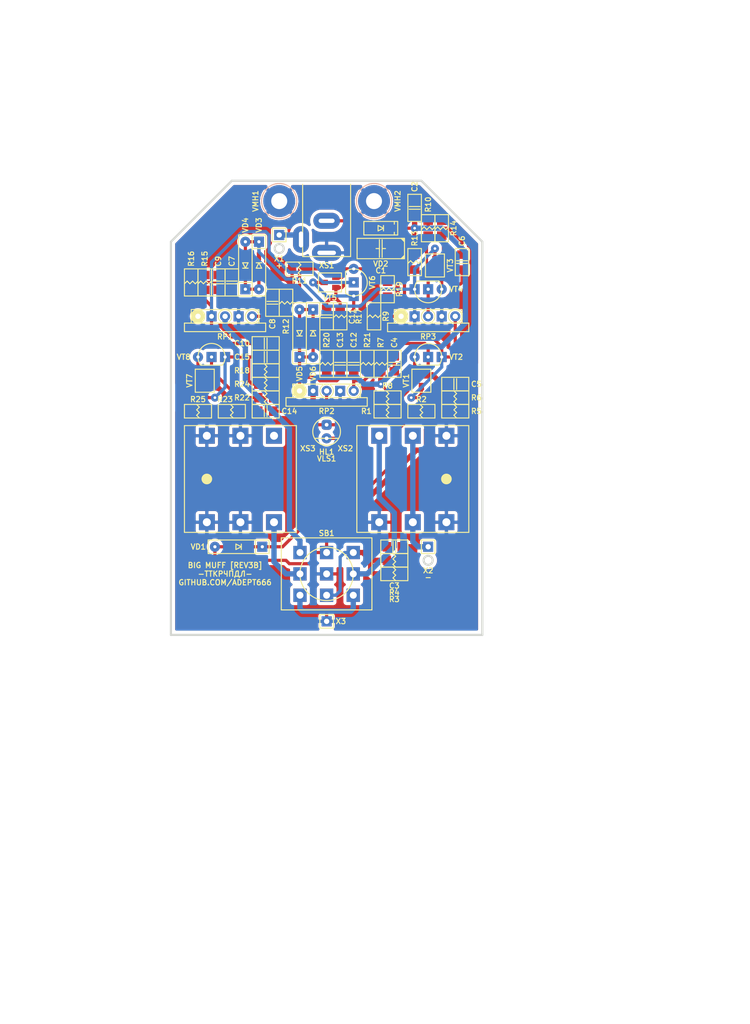
<source format=kicad_pcb>
(kicad_pcb (version 20171130) (host pcbnew 5.1.12-84ad8e8a86~92~ubuntu20.04.1)
  (title_block (title ТКП-1.30.B-6) (date 2025-06-21) (rev 3B) (company "Big Muff [REV3B] Bass SM LC5-8") (comment 1 http://github.com/Adept666) (comment 2 "Igor Ivanov (Игорь Иванов)") (comment 3 -ТТКРЧПДЛ-) (comment 4 "This project is licensed under GNU General Public License v3.0 or later"))
  (layers (0 F.Cu signal) (31 B.Cu signal) (35 F.Paste user) (37 F.SilkS user) (38 B.Mask user) (39 F.Mask user) (44 Edge.Cuts user))
  (net 0 "")
  (net 1 COM)
  (net 2 "Net-(HL1-PadC)")
  (net 3 /LED)
  (net 4 "Net-(SB1-PadNC1)")
  (net 5 /IN-CON)
  (net 6 /OUT-CON)
  (net 7 /PP3-POS)
  (net 8 /PP3-NEG)
  (net 9 "Net-(C5-Pad2)")
  (net 10 "Net-(C6-Pad1)")
  (net 11 "Net-(C6-Pad2)")
  (net 12 "Net-(C7-Pad2)")
  (net 13 "Net-(C9-Pad2)")
  (net 14 "Net-(C10-Pad2)")
  (net 15 "Net-(C12-Pad2)")
  (net 16 "Net-(C13-Pad1)")
  (net 17 "Net-(C14-Pad1)")
  (net 18 "Net-(C15-Pad2)")
  (net 19 "Net-(C3-Pad1)")
  (net 20 V)
  (net 21 /IN-CIR)
  (net 22 /OUT-CIR)
  (net 23 "Net-(XS3-PadTN)")
  (net 24 "Net-(HL1-PadA)")
  (net 25 "Net-(R9-Pad2)")
  (net 26 "Net-(VD2-PadA)")
  (net 27 /1B)
  (net 28 /1C)
  (net 29 /2B)
  (net 30 /2C)
  (net 31 /3B)
  (net 32 /3C)
  (net 33 /4B)
  (net 34 /4C)
  (net 35 /1E)
  (net 36 /2E)
  (net 37 /3E)
  (net 38 /4E)
  (module SBKCL-TH-ML:RPB-18-1x17-1.6-PNL-7.2 (layer F.Cu) (at 124.46 108.15)
    (fp_text reference RP3 (at 0 15.04) (layer F.SilkS) (effects (font (thickness 0.2))))
    (fp_text value A100K)
    (pad 3 thru_hole circle (at 5.08 11.23) (size 1.9 1.9) (drill 1) (layers *.Cu *.Mask) (net 9 "Net-(C5-Pad2)"))
    (pad NC2 thru_hole rect (at 2.54 11.23) (size 1.9 1.9) (drill 0.9) (layers *.Cu *.Mask) (net 1 COM))
    (pad 2 thru_hole circle (at 0 11.23) (size 1.9 1.9) (drill 1) (layers *.Cu *.Mask) (net 10 "Net-(C6-Pad1)"))
    (pad NC1 thru_hole rect (at -2.54 11.23) (size 1.9 1.9) (drill 0.9) (layers *.Cu *.Mask) (net 1 COM))
    (pad 1 thru_hole circle (at -5.08 11.23) (size 1.9 1.9) (drill 1) (layers *.Cu *.Mask) (net 25 "Net-(R9-Pad2)"))
  )
  (module SBKCL-TH-ML:RPB-18-1x17-1.6-PNL-7.2 (layer F.Cu) (at 105.41 122.12)
    (fp_text reference RP2 (at 0 15.04) (layer F.SilkS) (effects (font (thickness 0.2))))
    (fp_text value B100K)
    (pad 3 thru_hole circle (at 5.08 11.23) (size 1.9 1.9) (drill 1) (layers *.Cu *.Mask) (net 15 "Net-(C12-Pad2)"))
    (pad NC2 thru_hole rect (at 2.54 11.23) (size 1.9 1.9) (drill 0.9) (layers *.Cu *.Mask) (net 1 COM))
    (pad 2 thru_hole circle (at 0 11.23) (size 1.9 1.9) (drill 1) (layers *.Cu *.Mask) (net 17 "Net-(C14-Pad1)"))
    (pad NC1 thru_hole rect (at -2.54 11.23) (size 1.9 1.9) (drill 0.9) (layers *.Cu *.Mask) (net 20 V))
    (pad 1 thru_hole circle (at -5.08 11.23) (size 1.9 1.9) (drill 1) (layers *.Cu *.Mask) (net 16 "Net-(C13-Pad1)"))
  )
  (module SBKCL-TH-ML:RPB-18-1x17-1.6-PNL-7.2 (layer F.Cu) (at 86.36 108.15)
    (fp_text reference RP1 (at 0 15.04) (layer F.SilkS) (effects (font (thickness 0.2))))
    (fp_text value A100K)
    (pad 3 thru_hole circle (at 5.08 11.23) (size 1.9 1.9) (drill 1) (layers *.Cu *.Mask) (net 18 "Net-(C15-Pad2)"))
    (pad NC2 thru_hole rect (at 2.54 11.23) (size 1.9 1.9) (drill 0.9) (layers *.Cu *.Mask) (net 1 COM))
    (pad 2 thru_hole circle (at 0 11.23) (size 1.9 1.9) (drill 1) (layers *.Cu *.Mask) (net 22 /OUT-CIR))
    (pad NC1 thru_hole rect (at -2.54 11.23) (size 1.9 1.9) (drill 0.9) (layers *.Cu *.Mask) (net 31 /3B))
    (pad 1 thru_hole circle (at -5.08 11.23) (size 1.9 1.9) (drill 1) (layers *.Cu *.Mask) (net 1 COM))
  )
  (module KCL-TH-ML:SW-PBS-24-302SP-2.5-PNL-12.0 (layer F.Cu) (at 105.41 167.64)
    (fp_text reference SB1 (at 0 -7.62) (layer F.SilkS) (effects (font (thickness 0.2))))
    (fp_text value PBS-24-302SP)
    (pad COM3 thru_hole rect (at 5 0) (size 2.5 2.5) (drill 1.3) (layers *.Cu *.Mask) (net 5 /IN-CON))
    (pad NC3 thru_hole rect (at 5 4) (size 2.5 2.5) (drill 1.3) (layers *.Cu *.Mask) (net 4 "Net-(SB1-PadNC1)"))
    (pad NO3 thru_hole rect (at 5 -4) (size 2.5 2.5) (drill 1.3) (layers *.Cu *.Mask) (net 21 /IN-CIR))
    (pad COM2 thru_hole rect (at 0 0) (size 2.5 2.5) (drill 1.3) (layers *.Cu *.Mask) (net 1 COM))
    (pad NC2 thru_hole rect (at 0 4) (size 2.5 2.5) (drill 1.3) (layers *.Cu *.Mask) (net 21 /IN-CIR))
    (pad NO2 thru_hole rect (at 0 -4) (size 2.5 2.5) (drill 1.3) (layers *.Cu *.Mask) (net 3 /LED))
    (pad NO1 thru_hole rect (at -5 -4) (size 2.5 2.5) (drill 1.3) (layers *.Cu *.Mask) (net 22 /OUT-CIR))
    (pad COM1 thru_hole rect (at -5 0) (size 2.5 2.5) (drill 1.3) (layers *.Cu *.Mask) (net 6 /OUT-CON))
    (pad NC1 thru_hole rect (at -5 4) (size 2.5 2.5) (drill 1.3) (layers *.Cu *.Mask) (net 4 "Net-(SB1-PadNC1)"))
  )
  (module SBEPL:ТКП-6.3.3.A1 (layer F.Cu) (at 105.41 148.59)
    (fp_text reference VE2 hide)
    (fp_text value ТКП-6.3.3.A1.A1.3-1.A1.00 hide)
  )
  (module SBEPL:ТКП-6.3.1.A2.A1.A (layer F.Cu) (at 105.41 148.59)
    (fp_text reference VE1 hide)
    (fp_text value ТКП-6.3.1.A2.A1.A.1-1 hide)
  )
  (module SBKCL-TH-ML:P-SOD-123-OR-DO-35-V2 (layer F.Cu) (at 88.9 162.56)
    (fp_text reference VD1 (at -6.0325 0) (layer F.SilkS) (effects (font (thickness 0.2)) (justify right)))
    (fp_text value X)
    (pad A smd rect (at -1.7 0) (size 1.6 0.8) (layers F.Cu F.Paste F.Mask) (net 3 /LED))
    (pad C smd rect (at 1.7 0) (size 1.6 0.8) (layers F.Cu F.Paste F.Mask) (net 24 "Net-(HL1-PadA)"))
    (pad A thru_hole circle (at -4.445 0) (size 1.9 1.9) (drill 0.6) (layers *.Cu *.Mask) (net 3 /LED))
    (pad C thru_hole rect (at 4.445 0) (size 1.9 1.9) (drill 0.6) (layers *.Cu *.Mask) (net 24 "Net-(HL1-PadA)"))
  )
  (module KCL-SM:R-SM-1206 (layer F.Cu) (at 116.84 137.16 180)
    (fp_text reference R1 (at 2.8575 0 180) (layer F.SilkS) (effects (font (thickness 0.2)) (justify right)))
    (fp_text value 0)
    (pad 1 smd rect (at -1.4 0 180) (size 1.6 1.8) (layers F.Cu F.Paste F.Mask) (net 20 V))
    (pad 2 smd rect (at 1.4 0 180) (size 1.6 1.8) (layers F.Cu F.Paste F.Mask) (net 24 "Net-(HL1-PadA)"))
  )
  (module KCL-VIRTUAL:VFM-1.0-3.0-SL (layer F.Cu) (at 128.27 172.72)
    (fp_text reference VFM3 hide)
    (fp_text value 1.0 hide)
    (pad "" smd circle (at 0 0) (size 1 1) (layers F.Cu F.Mask) (clearance 1.1))
  )
  (module KCL-VIRTUAL:VFM-1.0-3.0-SL (layer F.Cu) (at 82.55 172.72)
    (fp_text reference VFM2 hide)
    (fp_text value 1.0 hide)
    (pad "" smd circle (at 0 0) (size 1 1) (layers F.Cu F.Mask) (clearance 1.1))
  )
  (module KCL-VIRTUAL:VFM-1.0-3.0-SL (layer F.Cu) (at 82.55 104.14)
    (fp_text reference VFM1 hide)
    (fp_text value 1.0 hide)
    (pad "" smd circle (at 0 0) (size 1 1) (layers F.Cu F.Mask) (clearance 1.1))
  )
  (module KCL-SM:P-SOT-23-B-E-C (layer F.Cu) (at 82.55 131.445 180)
    (fp_text reference VT7 (at 2.8575 0 270) (layer F.SilkS) (effects (font (thickness 0.2))))
    (fp_text value 847)
    (pad B smd rect (at -0.95 1.1 180) (size 1 1.4) (layers F.Cu F.Paste F.Mask) (net 33 /4B))
    (pad E smd rect (at 0.95 1.1 180) (size 1 1.4) (layers F.Cu F.Paste F.Mask) (net 38 /4E))
    (pad C smd rect (at 0 -1.1 180) (size 1 1.4) (layers F.Cu F.Paste F.Mask) (net 34 /4C))
  )
  (module KCL-SM:P-SOT-23-B-E-C (layer F.Cu) (at 106.045 113.03 90)
    (fp_text reference VT5 (at -2.8575 0 180) (layer F.SilkS) (effects (font (thickness 0.2))))
    (fp_text value 847)
    (pad B smd rect (at -0.95 1.1 90) (size 1 1.4) (layers F.Cu F.Paste F.Mask) (net 31 /3B))
    (pad E smd rect (at 0.95 1.1 90) (size 1 1.4) (layers F.Cu F.Paste F.Mask) (net 37 /3E))
    (pad C smd rect (at 0 -1.1 90) (size 1 1.4) (layers F.Cu F.Paste F.Mask) (net 32 /3C))
  )
  (module KCL-SM:P-SOT-23-B-E-C (layer F.Cu) (at 125.73 109.855)
    (fp_text reference VT3 (at 2.8575 0 90) (layer F.SilkS) (effects (font (thickness 0.2))))
    (fp_text value 847)
    (pad C smd rect (at 0 -1.1) (size 1 1.4) (layers F.Cu F.Paste F.Mask) (net 30 /2C))
    (pad E smd rect (at 0.95 1.1) (size 1 1.4) (layers F.Cu F.Paste F.Mask) (net 36 /2E))
    (pad B smd rect (at -0.95 1.1) (size 1 1.4) (layers F.Cu F.Paste F.Mask) (net 29 /2B))
  )
  (module KCL-SM:P-SOT-23-B-E-C (layer F.Cu) (at 123.19 131.445 180)
    (fp_text reference VT1 (at 2.8575 0 270) (layer F.SilkS) (effects (font (thickness 0.2))))
    (fp_text value 847)
    (pad B smd rect (at -0.95 1.1 180) (size 1 1.4) (layers F.Cu F.Paste F.Mask) (net 27 /1B))
    (pad E smd rect (at 0.95 1.1 180) (size 1 1.4) (layers F.Cu F.Paste F.Mask) (net 35 /1E))
    (pad C smd rect (at 0 -1.1 180) (size 1 1.4) (layers F.Cu F.Paste F.Mask) (net 28 /1C))
  )
  (module KCL-TH-ML:P-TO-92-E-B-C (layer F.Cu) (at 110.49 113.03 270)
    (fp_text reference VT6 (at 0 -3.4925 270) (layer F.SilkS) (effects (font (thickness 0.2))))
    (fp_text value 547)
    (pad E thru_hole circle (at -2.54 0 270) (size 1.9 1.9) (drill 0.6) (layers *.Cu *.Mask) (net 37 /3E))
    (pad B thru_hole rect (at 0 0 270) (size 1.9 1.9) (drill 0.6) (layers *.Cu *.Mask) (net 31 /3B))
    (pad C thru_hole rect (at 2.54 0 270) (size 1.9 1.9) (drill 0.6) (layers *.Cu *.Mask) (net 32 /3C))
  )
  (module KCL-TH-ML:P-TO-92-E-B-C (layer F.Cu) (at 124.46 114.3 180)
    (fp_text reference VT4 (at -3.81 0 180) (layer F.SilkS) (effects (font (thickness 0.2)) (justify left)))
    (fp_text value 547)
    (pad E thru_hole circle (at -2.54 0 180) (size 1.9 1.9) (drill 0.6) (layers *.Cu *.Mask) (net 36 /2E))
    (pad B thru_hole rect (at 0 0 180) (size 1.9 1.9) (drill 0.6) (layers *.Cu *.Mask) (net 29 /2B))
    (pad C thru_hole rect (at 2.54 0 180) (size 1.9 1.9) (drill 0.6) (layers *.Cu *.Mask) (net 30 /2C))
  )
  (module KCL-TH-ML:P-TO-92-E-B-C (layer F.Cu) (at 124.46 127)
    (fp_text reference VT2 (at 3.81 0) (layer F.SilkS) (effects (font (thickness 0.2)) (justify left)))
    (fp_text value 547)
    (pad E thru_hole circle (at -2.54 0) (size 1.9 1.9) (drill 0.6) (layers *.Cu *.Mask) (net 35 /1E))
    (pad B thru_hole rect (at 0 0) (size 1.9 1.9) (drill 0.6) (layers *.Cu *.Mask) (net 27 /1B))
    (pad C thru_hole rect (at 2.54 0) (size 1.9 1.9) (drill 0.6) (layers *.Cu *.Mask) (net 28 /1C))
  )
  (module KCL-TH-ML:P-TO-92-E-B-C (layer F.Cu) (at 83.82 127)
    (fp_text reference VT8 (at -3.81 0) (layer F.SilkS) (effects (font (thickness 0.2)) (justify right)))
    (fp_text value 547)
    (pad E thru_hole circle (at -2.54 0) (size 1.9 1.9) (drill 0.6) (layers *.Cu *.Mask) (net 38 /4E))
    (pad B thru_hole rect (at 0 0) (size 1.9 1.9) (drill 0.6) (layers *.Cu *.Mask) (net 33 /4B))
    (pad C thru_hole rect (at 2.54 0) (size 1.9 1.9) (drill 0.6) (layers *.Cu *.Mask) (net 34 /4C))
  )
  (module KCL-SM:C-SM-1206 (layer F.Cu) (at 85.09 113.03 270)
    (fp_text reference C9 (at -2.8575 0 270) (layer F.SilkS) (effects (font (thickness 0.2)) (justify left)))
    (fp_text value 104)
    (pad 2 smd rect (at 1.4 0 270) (size 1.6 1.8) (layers F.Cu F.Paste F.Mask) (net 13 "Net-(C9-Pad2)"))
    (pad 1 smd rect (at -1.4 0 270) (size 1.6 1.8) (layers F.Cu F.Paste F.Mask) (net 30 /2C))
  )
  (module KCL-SM:C-SM-1206 (layer F.Cu) (at 93.98 124.46)
    (fp_text reference C10 (at -2.8575 0) (layer F.SilkS) (effects (font (thickness 0.2)) (justify right)))
    (fp_text value 683)
    (pad 2 smd rect (at 1.4 0) (size 1.6 1.8) (layers F.Cu F.Paste F.Mask) (net 14 "Net-(C10-Pad2)"))
    (pad 1 smd rect (at -1.4 0) (size 1.6 1.8) (layers F.Cu F.Paste F.Mask) (net 31 /3B))
  )
  (module KCL-SM:C-SM-1206 (layer F.Cu) (at 87.63 113.03 90)
    (fp_text reference C7 (at 2.8575 0 90) (layer F.SilkS) (effects (font (thickness 0.2)) (justify left)))
    (fp_text value 683)
    (pad 2 smd rect (at 1.4 0 90) (size 1.6 1.8) (layers F.Cu F.Paste F.Mask) (net 12 "Net-(C7-Pad2)"))
    (pad 1 smd rect (at -1.4 0 90) (size 1.6 1.8) (layers F.Cu F.Paste F.Mask) (net 29 /2B))
  )
  (module KCL-SM:C-SM-1206 (layer F.Cu) (at 121.92 99.06 90)
    (fp_text reference C2 (at 2.8575 0 90) (layer F.SilkS) (effects (font (thickness 0.2)) (justify left)))
    (fp_text value 104)
    (pad 2 smd rect (at 1.4 0 90) (size 1.6 1.8) (layers F.Cu F.Paste F.Mask) (net 1 COM))
    (pad 1 smd rect (at -1.4 0 90) (size 1.6 1.8) (layers F.Cu F.Paste F.Mask) (net 20 V))
  )
  (module KCL-SM:C-SM-1206 (layer F.Cu) (at 130.81 109.22 90)
    (fp_text reference C6 (at 2.8575 0 90) (layer F.SilkS) (effects (font (thickness 0.2)) (justify left)))
    (fp_text value 104)
    (pad 2 smd rect (at 1.4 0 90) (size 1.6 1.8) (layers F.Cu F.Paste F.Mask) (net 11 "Net-(C6-Pad2)"))
    (pad 1 smd rect (at -1.4 0 90) (size 1.6 1.8) (layers F.Cu F.Paste F.Mask) (net 10 "Net-(C6-Pad1)"))
  )
  (module KCL-SM:C-SM-1206 (layer F.Cu) (at 107.95 128.27 90)
    (fp_text reference C13 (at 2.8575 0 90) (layer F.SilkS) (effects (font (thickness 0.2)) (justify left)))
    (fp_text value 103)
    (pad 1 smd rect (at -1.4 0 90) (size 1.6 1.8) (layers F.Cu F.Paste F.Mask) (net 16 "Net-(C13-Pad1)"))
    (pad 2 smd rect (at 1.4 0 90) (size 1.6 1.8) (layers F.Cu F.Paste F.Mask) (net 1 COM))
  )
  (module KCL-SM:C-SM-1206 (layer F.Cu) (at 110.49 128.27 270)
    (fp_text reference C12 (at -2.8575 0 270) (layer F.SilkS) (effects (font (thickness 0.2)) (justify left)))
    (fp_text value 332)
    (pad 2 smd rect (at 1.4 0 270) (size 1.6 1.8) (layers F.Cu F.Paste F.Mask) (net 15 "Net-(C12-Pad2)"))
    (pad 1 smd rect (at -1.4 0 270) (size 1.6 1.8) (layers F.Cu F.Paste F.Mask) (net 32 /3C))
  )
  (module KCL-SM:C-SM-1206 (layer F.Cu) (at 129.54 132.08)
    (fp_text reference C5 (at 2.8575 0) (layer F.SilkS) (effects (font (thickness 0.2)) (justify left)))
    (fp_text value 104)
    (pad 1 smd rect (at -1.4 0) (size 1.6 1.8) (layers F.Cu F.Paste F.Mask) (net 28 /1C))
    (pad 2 smd rect (at 1.4 0) (size 1.6 1.8) (layers F.Cu F.Paste F.Mask) (net 9 "Net-(C5-Pad2)"))
  )
  (module KCL-SM:C-SM-1206 (layer F.Cu) (at 93.98 127)
    (fp_text reference C15 (at -2.8575 0) (layer F.SilkS) (effects (font (thickness 0.2)) (justify right)))
    (fp_text value 104)
    (pad 2 smd rect (at 1.4 0) (size 1.6 1.8) (layers F.Cu F.Paste F.Mask) (net 18 "Net-(C15-Pad2)"))
    (pad 1 smd rect (at -1.4 0) (size 1.6 1.8) (layers F.Cu F.Paste F.Mask) (net 34 /4C))
  )
  (module KCL-SM:C-SM-1206 (layer F.Cu) (at 93.98 137.16 180)
    (fp_text reference C14 (at -2.8575 0 180) (layer F.SilkS) (effects (font (thickness 0.2)) (justify left)))
    (fp_text value 105)
    (pad 1 smd rect (at -1.4 0 180) (size 1.6 1.8) (layers F.Cu F.Paste F.Mask) (net 17 "Net-(C14-Pad1)"))
    (pad 2 smd rect (at 1.4 0 180) (size 1.6 1.8) (layers F.Cu F.Paste F.Mask) (net 33 /4B))
  )
  (module KCL-SM:C-SM-1206 (layer F.Cu) (at 118.11 162.56 180)
    (fp_text reference C3 (at 0 -7.3025 180) (layer F.SilkS) (effects (font (thickness 0.2))))
    (fp_text value 105)
    (pad 2 smd rect (at 1.4 0 180) (size 1.6 1.8) (layers F.Cu F.Paste F.Mask) (net 27 /1B))
    (pad 1 smd rect (at -1.4 0 180) (size 1.6 1.8) (layers F.Cu F.Paste F.Mask) (net 19 "Net-(C3-Pad1)"))
  )
  (module KCL-SM:R-SM-1206 (layer F.Cu) (at 118.11 167.64 180)
    (fp_text reference R3 (at 0 -4.7625 180) (layer F.SilkS) (effects (font (thickness 0.2))))
    (fp_text value 105)
    (pad 2 smd rect (at 1.4 0 180) (size 1.6 1.8) (layers F.Cu F.Paste F.Mask) (net 21 /IN-CIR))
    (pad 1 smd rect (at -1.4 0 180) (size 1.6 1.8) (layers F.Cu F.Paste F.Mask) (net 1 COM))
  )
  (module KCL-SM:CP-CTSMD-C (layer F.Cu) (at 115.57 106.68 180)
    (fp_text reference C1 (at 0 -4.1275 180) (layer F.SilkS) (effects (font (thickness 0.2))))
    (fp_text value 106)
    (pad - smd rect (at 2.5 0 180) (size 2.6 2.2) (layers F.Cu F.Paste F.Mask) (net 1 COM))
    (pad + smd rect (at -2.5 0 180) (size 2.6 2.2) (layers F.Cu F.Paste F.Mask) (net 20 V))
  )
  (module KCL-SM:P-SOD-123 (layer F.Cu) (at 115.57 102.87)
    (fp_text reference VD2 (at 0 6.6675) (layer F.SilkS) (effects (font (thickness 0.2))))
    (fp_text value 0520)
    (pad C smd rect (at 1.7 0) (size 1.6 0.8) (layers F.Cu F.Paste F.Mask) (net 20 V))
    (pad A smd rect (at -1.7 0) (size 1.6 0.8) (layers F.Cu F.Paste F.Mask) (net 26 "Net-(VD2-PadA)"))
  )
  (module SBKCL-TH-ML:P-SOD-123-OR-DO-35-V2 (layer F.Cu) (at 100.33 122.555 270)
    (fp_text reference VD5 (at 6.0325 0 270) (layer F.SilkS) (effects (font (thickness 0.2)) (justify right)))
    (fp_text value 4148)
    (pad A smd rect (at -1.7 0 270) (size 1.6 0.8) (layers F.Cu F.Paste F.Mask) (net 14 "Net-(C10-Pad2)"))
    (pad C smd rect (at 1.7 0 270) (size 1.6 0.8) (layers F.Cu F.Paste F.Mask) (net 32 /3C))
    (pad A thru_hole circle (at -4.445 0 270) (size 1.9 1.9) (drill 0.6) (layers *.Cu *.Mask) (net 14 "Net-(C10-Pad2)"))
    (pad C thru_hole rect (at 4.445 0 270) (size 1.9 1.9) (drill 0.6) (layers *.Cu *.Mask) (net 32 /3C))
  )
  (module SBKCL-TH-ML:P-SOD-123-OR-DO-35-V2 (layer F.Cu) (at 102.87 122.555 90)
    (fp_text reference VD6 (at -6.0325 0 90) (layer F.SilkS) (effects (font (thickness 0.2)) (justify right)))
    (fp_text value 4148)
    (pad A smd rect (at -1.7 0 90) (size 1.6 0.8) (layers F.Cu F.Paste F.Mask) (net 32 /3C))
    (pad C smd rect (at 1.7 0 90) (size 1.6 0.8) (layers F.Cu F.Paste F.Mask) (net 14 "Net-(C10-Pad2)"))
    (pad A thru_hole circle (at -4.445 0 90) (size 1.9 1.9) (drill 0.6) (layers *.Cu *.Mask) (net 32 /3C))
    (pad C thru_hole rect (at 4.445 0 90) (size 1.9 1.9) (drill 0.6) (layers *.Cu *.Mask) (net 14 "Net-(C10-Pad2)"))
  )
  (module SBKCL-TH-ML:P-SOD-123-OR-DO-35-V2 (layer F.Cu) (at 90.17 109.855 270)
    (fp_text reference VD4 (at -6.0325 0 270) (layer F.SilkS) (effects (font (thickness 0.2)) (justify left)))
    (fp_text value 4148)
    (pad A smd rect (at -1.7 0 270) (size 1.6 0.8) (layers F.Cu F.Paste F.Mask) (net 30 /2C))
    (pad C smd rect (at 1.7 0 270) (size 1.6 0.8) (layers F.Cu F.Paste F.Mask) (net 12 "Net-(C7-Pad2)"))
    (pad A thru_hole circle (at -4.445 0 270) (size 1.9 1.9) (drill 0.6) (layers *.Cu *.Mask) (net 30 /2C))
    (pad C thru_hole rect (at 4.445 0 270) (size 1.9 1.9) (drill 0.6) (layers *.Cu *.Mask) (net 12 "Net-(C7-Pad2)"))
  )
  (module SBKCL-TH-ML:P-SOD-123-OR-DO-35-V2 (layer F.Cu) (at 92.71 109.855 90)
    (fp_text reference VD3 (at 6.0325 0 90) (layer F.SilkS) (effects (font (thickness 0.2)) (justify left)))
    (fp_text value 4148)
    (pad A smd rect (at -1.7 0 90) (size 1.6 0.8) (layers F.Cu F.Paste F.Mask) (net 12 "Net-(C7-Pad2)"))
    (pad C smd rect (at 1.7 0 90) (size 1.6 0.8) (layers F.Cu F.Paste F.Mask) (net 30 /2C))
    (pad A thru_hole circle (at -4.445 0 90) (size 1.9 1.9) (drill 0.6) (layers *.Cu *.Mask) (net 12 "Net-(C7-Pad2)"))
    (pad C thru_hole rect (at 4.445 0 90) (size 1.9 1.9) (drill 0.6) (layers *.Cu *.Mask) (net 30 /2C))
  )
  (module SBKCL-TH-ML:CON-PJ-644C-IN-OR-OUT (layer F.Cu) (at 132.08 149.86 90)
    (fp_text reference XS2 (at 5.715 -21.59 180) (layer F.SilkS) (effects (font (thickness 0.2)) (justify right)))
    (fp_text value PJ-644C)
    (pad TN thru_hole rect (at -8.1 -16.8 90) (size 3 3) (drill 1.5) (layers *.Cu *.Mask) (net 1 COM))
    (pad RN thru_hole rect (at -8.1 -10.5 90) (size 3 3) (drill 1.5) (layers *.Cu *.Mask) (net 8 /PP3-NEG))
    (pad SN thru_hole rect (at -8.1 -4.2 90) (size 3 3) (drill 1.5) (layers *.Cu *.Mask) (net 1 COM))
    (pad T thru_hole rect (at 8.1 -16.8 90) (size 3 3) (drill 1.5) (layers *.Cu *.Mask) (net 5 /IN-CON))
    (pad R thru_hole rect (at 8.1 -10.5 90) (size 3 3) (drill 1.5) (layers *.Cu *.Mask) (net 8 /PP3-NEG))
    (pad S thru_hole rect (at 8.1 -4.2 90) (size 3 3) (drill 1.5) (layers *.Cu *.Mask) (net 1 COM))
  )
  (module SBKCL-TH-ML:CON-PJ-644C-IN-OR-OUT (layer F.Cu) (at 78.74 149.86 270)
    (fp_text reference XS3 (at -5.715 -21.59) (layer F.SilkS) (effects (font (thickness 0.2)) (justify left)))
    (fp_text value PJ-644C)
    (pad TN thru_hole rect (at -8.1 -16.8 270) (size 3 3) (drill 1.5) (layers *.Cu *.Mask) (net 23 "Net-(XS3-PadTN)"))
    (pad RN thru_hole rect (at -8.1 -10.5 270) (size 3 3) (drill 1.5) (layers *.Cu *.Mask) (net 1 COM))
    (pad SN thru_hole rect (at -8.1 -4.2 270) (size 3 3) (drill 1.5) (layers *.Cu *.Mask) (net 1 COM))
    (pad T thru_hole rect (at 8.1 -16.8 270) (size 3 3) (drill 1.5) (layers *.Cu *.Mask) (net 6 /OUT-CON))
    (pad R thru_hole rect (at 8.1 -10.5 270) (size 3 3) (drill 1.5) (layers *.Cu *.Mask) (net 1 COM))
    (pad S thru_hole rect (at 8.1 -4.2 270) (size 3 3) (drill 1.5) (layers *.Cu *.Mask) (net 1 COM))
  )
  (module SBKCL-TH-ML:CON-DC-005-9V-OVAL (layer F.Cu) (at 105.41 93.98 180)
    (fp_text reference XS1 (at 0 -15.875 180) (layer F.SilkS) (effects (font (thickness 0.2))))
    (fp_text value DC-005)
    (pad C thru_hole oval (at 0 -13.5 180) (size 5.5 3) (drill oval 3.5 0.8) (layers *.Cu *.Mask) (net 1 COM))
    (pad SN thru_hole oval (at 4.8 -11 180) (size 3 5) (drill oval 0.8 3) (layers *.Cu *.Mask) (net 7 /PP3-POS))
    (pad S thru_hole oval (at 0 -7.5 180) (size 5 3) (drill oval 3 0.8) (layers *.Cu *.Mask) (net 26 "Net-(VD2-PadA)"))
  )
  (module KCL-TH-ML:LED-ROUND-05.0-UNI-SH-SPACER-PNL-5.3 (layer F.Cu) (at 105.41 140.97 90)
    (fp_text reference HL1 (at -3.81 0 180) (layer F.SilkS) (effects (font (thickness 0.2))))
    (fp_text value FYL-3014UWC)
    (pad C thru_hole circle (at -1.27 0 90) (size 1.9 1.9) (drill 0.7) (layers *.Cu *.Mask) (net 2 "Net-(HL1-PadC)"))
    (pad A thru_hole roundrect (at 1.27 0 90) (size 1.9 1.9) (drill 0.7) (layers *.Cu *.Mask) (roundrect_rratio 0.3) (net 24 "Net-(HL1-PadA)"))
  )
  (module KCL-VIRTUAL:VLS-BR-P (layer F.Cu) (at 105.41 140.97 90)
    (fp_text reference VLS1 (at -5.08 0 180) (layer F.SilkS) (effects (font (thickness 0.2))))
    (fp_text value 2xBR-7.7)
  )
  (module KCL-TH-ML:VMH-STA-DA5-PNL-3.0 (layer F.Cu) (at 114.3 97.79)
    (fp_text reference VMH2 (at 4.445 0 90) (layer F.SilkS) (effects (font (thickness 0.2))))
    (fp_text value DI5M3x20)
    (pad 0 thru_hole circle (at 0 0) (size 6 6) (drill 3) (layers *.Cu *.Mask) (net 1 COM))
  )
  (module KCL-TH-ML:VMH-STA-DA5-PNL-3.0 (layer F.Cu) (at 96.52 97.79)
    (fp_text reference VMH1 (at -4.445 0 90) (layer F.SilkS) (effects (font (thickness 0.2))))
    (fp_text value DI5M3x20)
    (pad 0 thru_hole circle (at 0 0) (size 6 6) (drill 3) (layers *.Cu *.Mask) (net 1 COM))
  )
  (module KCL-TH-ML:CON-PAD-S-1.0-1.9 (layer F.Cu) (at 124.46 162.56)
    (fp_text reference X2 (at 0 4.445) (layer F.SilkS) (effects (font (thickness 0.2))))
    (fp_text value X)
    (pad 1 thru_hole rect (at 0 0) (size 1.9 1.9) (drill 1) (layers *.Cu *.Mask) (net 8 /PP3-NEG))
  )
  (module KCL-TH-ML:CON-PAD-S-1.0-1.9 (layer F.Cu) (at 96.52 104.14)
    (fp_text reference X1 (at 0 4.445) (layer F.SilkS) (effects (font (thickness 0.2))))
    (fp_text value X)
    (pad 1 thru_hole rect (at 0 0) (size 1.9 1.9) (drill 1) (layers *.Cu *.Mask) (net 7 /PP3-POS))
  )
  (module KCL-TH-ML:CON-PAD-S-1.0-1.9 (layer F.Cu) (at 105.41 176.53)
    (fp_text reference X3 (at 1.5875 0) (layer F.SilkS) (effects (font (thickness 0.2)) (justify left)))
    (fp_text value X)
    (pad 1 thru_hole rect (at 0 0) (size 1.9 1.9) (drill 1) (layers *.Cu *.Mask) (net 1 COM))
  )
  (module KCL-VIRTUAL:B-PP3-HV (layer F.Cu) (at 105.41 187.96)
    (fp_text reference GB1 hide)
    (fp_text value X hide)
  )
  (module KCL-SM:C-SM-1206 (layer F.Cu) (at 95.25 116.84 90)
    (fp_text reference C8 (at -2.8575 0 90) (layer F.SilkS) (effects (font (thickness 0.2)) (justify right)))
    (fp_text value 471)
    (pad 2 smd rect (at 1.4 0 90) (size 1.6 1.8) (layers F.Cu F.Paste F.Mask) (net 30 /2C))
    (pad 1 smd rect (at -1.4 0 90) (size 1.6 1.8) (layers F.Cu F.Paste F.Mask) (net 29 /2B))
  )
  (module KCL-SM:C-SM-1206 (layer F.Cu) (at 105.41 119.38 270)
    (fp_text reference C11 (at 0 -4.7625 270) (layer F.SilkS) (effects (font (thickness 0.2))))
    (fp_text value 471)
    (pad 1 smd rect (at -1.4 0 270) (size 1.6 1.8) (layers F.Cu F.Paste F.Mask) (net 31 /3B))
    (pad 2 smd rect (at 1.4 0 270) (size 1.6 1.8) (layers F.Cu F.Paste F.Mask) (net 32 /3C))
  )
  (module KCL-SM:C-SM-1206 (layer F.Cu) (at 118.11 128.27 270)
    (fp_text reference C4 (at -2.8575 0 270) (layer F.SilkS) (effects (font (thickness 0.2)) (justify left)))
    (fp_text value 471)
    (pad 1 smd rect (at -1.4 0 270) (size 1.6 1.8) (layers F.Cu F.Paste F.Mask) (net 27 /1B))
    (pad 2 smd rect (at 1.4 0 270) (size 1.6 1.8) (layers F.Cu F.Paste F.Mask) (net 28 /1C))
  )
  (module KCL-SM:R-SM-1206 (layer F.Cu) (at 129.54 134.62)
    (fp_text reference R6 (at 2.8575 0) (layer F.SilkS) (effects (font (thickness 0.2)) (justify left)))
    (fp_text value 474)
    (pad 2 smd rect (at 1.4 0) (size 1.6 1.8) (layers F.Cu F.Paste F.Mask) (net 28 /1C))
    (pad 1 smd rect (at -1.4 0) (size 1.6 1.8) (layers F.Cu F.Paste F.Mask) (net 27 /1B))
  )
  (module KCL-SM:R-SM-1206 (layer F.Cu) (at 129.54 137.16 180)
    (fp_text reference R5 (at -2.8575 0 180) (layer F.SilkS) (effects (font (thickness 0.2)) (justify left)))
    (fp_text value 104)
    (pad 1 smd rect (at -1.4 0 180) (size 1.6 1.8) (layers F.Cu F.Paste F.Mask) (net 1 COM))
    (pad 2 smd rect (at 1.4 0 180) (size 1.6 1.8) (layers F.Cu F.Paste F.Mask) (net 27 /1B))
  )
  (module KCL-SM:R-SM-1206 (layer F.Cu) (at 118.11 165.1)
    (fp_text reference R4 (at 0 6.0325) (layer F.SilkS) (effects (font (thickness 0.2))))
    (fp_text value 393)
    (pad 2 smd rect (at 1.4 0) (size 1.6 1.8) (layers F.Cu F.Paste F.Mask) (net 19 "Net-(C3-Pad1)"))
    (pad 1 smd rect (at -1.4 0) (size 1.6 1.8) (layers F.Cu F.Paste F.Mask) (net 21 /IN-CIR))
  )
  (module KCL-SM:R-SM-1206 (layer F.Cu) (at 115.57 128.27 270)
    (fp_text reference R7 (at -2.8575 0 270) (layer F.SilkS) (effects (font (thickness 0.2)) (justify left)))
    (fp_text value 123)
    (pad 2 smd rect (at 1.4 0 270) (size 1.6 1.8) (layers F.Cu F.Paste F.Mask) (net 20 V))
    (pad 1 smd rect (at -1.4 0 270) (size 1.6 1.8) (layers F.Cu F.Paste F.Mask) (net 28 /1C))
  )
  (module KCL-SM:R-SM-1206 (layer F.Cu) (at 113.03 128.27 90)
    (fp_text reference R21 (at 2.8575 0 90) (layer F.SilkS) (effects (font (thickness 0.2)) (justify left)))
    (fp_text value 223)
    (pad 1 smd rect (at -1.4 0 90) (size 1.6 1.8) (layers F.Cu F.Paste F.Mask) (net 15 "Net-(C12-Pad2)"))
    (pad 2 smd rect (at 1.4 0 90) (size 1.6 1.8) (layers F.Cu F.Paste F.Mask) (net 1 COM))
  )
  (module KCL-SM:R-SM-1206 (layer F.Cu) (at 116.84 134.62)
    (fp_text reference R8 (at 0 -2.2225) (layer F.SilkS) (effects (font (thickness 0.2))))
    (fp_text value 391)
    (pad 1 smd rect (at -1.4 0) (size 1.6 1.8) (layers F.Cu F.Paste F.Mask) (net 1 COM))
    (pad 2 smd rect (at 1.4 0) (size 1.6 1.8) (layers F.Cu F.Paste F.Mask) (net 35 /1E))
  )
  (module KCL-SM:R-SM-1206 (layer F.Cu) (at 127 102.87 270)
    (fp_text reference R14 (at 0 -2.2225 270) (layer F.SilkS) (effects (font (thickness 0.2))))
    (fp_text value 391)
    (pad 2 smd rect (at 1.4 0 270) (size 1.6 1.8) (layers F.Cu F.Paste F.Mask) (net 36 /2E))
    (pad 1 smd rect (at -1.4 0 270) (size 1.6 1.8) (layers F.Cu F.Paste F.Mask) (net 1 COM))
  )
  (module KCL-SM:R-SM-1206 (layer F.Cu) (at 100.33 110.49)
    (fp_text reference R11 (at 0 2.2225) (layer F.SilkS) (effects (font (thickness 0.2))))
    (fp_text value 104)
    (pad 1 smd rect (at -1.4 0) (size 1.6 1.8) (layers F.Cu F.Paste F.Mask) (net 1 COM))
    (pad 2 smd rect (at 1.4 0) (size 1.6 1.8) (layers F.Cu F.Paste F.Mask) (net 29 /2B))
  )
  (module KCL-SM:R-SM-1206 (layer F.Cu) (at 124.46 102.87 270)
    (fp_text reference R10 (at -2.8575 0 270) (layer F.SilkS) (effects (font (thickness 0.2)) (justify left)))
    (fp_text value 103)
    (pad 2 smd rect (at 1.4 0 270) (size 1.6 1.8) (layers F.Cu F.Paste F.Mask) (net 29 /2B))
    (pad 1 smd rect (at -1.4 0 270) (size 1.6 1.8) (layers F.Cu F.Paste F.Mask) (net 11 "Net-(C6-Pad2)"))
  )
  (module KCL-SM:R-SM-1206 (layer F.Cu) (at 114.3 119.38 90)
    (fp_text reference R9 (at 0 2.2225 90) (layer F.SilkS) (effects (font (thickness 0.2))))
    (fp_text value 102)
    (pad 2 smd rect (at 1.4 0 90) (size 1.6 1.8) (layers F.Cu F.Paste F.Mask) (net 25 "Net-(R9-Pad2)"))
    (pad 1 smd rect (at -1.4 0 90) (size 1.6 1.8) (layers F.Cu F.Paste F.Mask) (net 1 COM))
  )
  (module KCL-SM:R-SM-1206 (layer F.Cu) (at 80.01 113.03 270)
    (fp_text reference R16 (at -2.8575 0 270) (layer F.SilkS) (effects (font (thickness 0.2)) (justify left)))
    (fp_text value 104)
    (pad 1 smd rect (at -1.4 0 270) (size 1.6 1.8) (layers F.Cu F.Paste F.Mask) (net 1 COM))
    (pad 2 smd rect (at 1.4 0 270) (size 1.6 1.8) (layers F.Cu F.Paste F.Mask) (net 31 /3B))
  )
  (module KCL-SM:R-SM-1206 (layer F.Cu) (at 116.84 114.3 90)
    (fp_text reference R19 (at 0 2.2225 90) (layer F.SilkS) (effects (font (thickness 0.2))))
    (fp_text value 391)
    (pad 1 smd rect (at -1.4 0 90) (size 1.6 1.8) (layers F.Cu F.Paste F.Mask) (net 1 COM))
    (pad 2 smd rect (at 1.4 0 90) (size 1.6 1.8) (layers F.Cu F.Paste F.Mask) (net 37 /3E))
  )
  (module KCL-SM:R-SM-1206 (layer F.Cu) (at 121.92 109.22 90)
    (fp_text reference R13 (at 2.8575 0 90) (layer F.SilkS) (effects (font (thickness 0.2)) (justify left)))
    (fp_text value 123)
    (pad 2 smd rect (at 1.4 0 90) (size 1.6 1.8) (layers F.Cu F.Paste F.Mask) (net 20 V))
    (pad 1 smd rect (at -1.4 0 90) (size 1.6 1.8) (layers F.Cu F.Paste F.Mask) (net 30 /2C))
  )
  (module KCL-SM:R-SM-1206 (layer F.Cu) (at 97.79 116.84 90)
    (fp_text reference R12 (at -2.8575 0 90) (layer F.SilkS) (effects (font (thickness 0.2)) (justify right)))
    (fp_text value 474)
    (pad 1 smd rect (at -1.4 0 90) (size 1.6 1.8) (layers F.Cu F.Paste F.Mask) (net 29 /2B))
    (pad 2 smd rect (at 1.4 0 90) (size 1.6 1.8) (layers F.Cu F.Paste F.Mask) (net 30 /2C))
  )
  (module KCL-SM:R-SM-1206 (layer F.Cu) (at 107.95 119.38 270)
    (fp_text reference R17 (at 0 -3.4925 270) (layer F.SilkS) (effects (font (thickness 0.2))))
    (fp_text value 474)
    (pad 1 smd rect (at -1.4 0 270) (size 1.6 1.8) (layers F.Cu F.Paste F.Mask) (net 31 /3B))
    (pad 2 smd rect (at 1.4 0 270) (size 1.6 1.8) (layers F.Cu F.Paste F.Mask) (net 32 /3C))
  )
  (module KCL-SM:R-SM-1206 (layer F.Cu) (at 82.55 113.03 270)
    (fp_text reference R15 (at -2.8575 0 270) (layer F.SilkS) (effects (font (thickness 0.2)) (justify left)))
    (fp_text value 103)
    (pad 2 smd rect (at 1.4 0 270) (size 1.6 1.8) (layers F.Cu F.Paste F.Mask) (net 31 /3B))
    (pad 1 smd rect (at -1.4 0 270) (size 1.6 1.8) (layers F.Cu F.Paste F.Mask) (net 13 "Net-(C9-Pad2)"))
  )
  (module KCL-SM:R-SM-1206 (layer F.Cu) (at 105.41 128.27 270)
    (fp_text reference R20 (at -2.8575 0 270) (layer F.SilkS) (effects (font (thickness 0.2)) (justify left)))
    (fp_text value 223)
    (pad 1 smd rect (at -1.4 0 270) (size 1.6 1.8) (layers F.Cu F.Paste F.Mask) (net 32 /3C))
    (pad 2 smd rect (at 1.4 0 270) (size 1.6 1.8) (layers F.Cu F.Paste F.Mask) (net 16 "Net-(C13-Pad1)"))
  )
  (module KCL-SM:R-SM-1206 (layer F.Cu) (at 93.98 129.54 180)
    (fp_text reference R18 (at 2.8575 0 180) (layer F.SilkS) (effects (font (thickness 0.2)) (justify right)))
    (fp_text value 123)
    (pad 2 smd rect (at 1.4 0 180) (size 1.6 1.8) (layers F.Cu F.Paste F.Mask) (net 20 V))
    (pad 1 smd rect (at -1.4 0 180) (size 1.6 1.8) (layers F.Cu F.Paste F.Mask) (net 32 /3C))
  )
  (module KCL-SM:R-SM-1206 (layer F.Cu) (at 93.98 132.08)
    (fp_text reference R24 (at -2.8575 0) (layer F.SilkS) (effects (font (thickness 0.2)) (justify right)))
    (fp_text value 103)
    (pad 1 smd rect (at -1.4 0) (size 1.6 1.8) (layers F.Cu F.Paste F.Mask) (net 34 /4C))
    (pad 2 smd rect (at 1.4 0) (size 1.6 1.8) (layers F.Cu F.Paste F.Mask) (net 20 V))
  )
  (module KCL-SM:R-SM-1206 (layer F.Cu) (at 93.98 134.62)
    (fp_text reference R22 (at -2.8575 0) (layer F.SilkS) (effects (font (thickness 0.2)) (justify right)))
    (fp_text value 474)
    (pad 1 smd rect (at -1.4 0) (size 1.6 1.8) (layers F.Cu F.Paste F.Mask) (net 33 /4B))
    (pad 2 smd rect (at 1.4 0) (size 1.6 1.8) (layers F.Cu F.Paste F.Mask) (net 20 V))
  )
  (module KCL-SM:R-SM-1206 (layer F.Cu) (at 87.63 137.16)
    (fp_text reference R23 (at -1.27 -2.2225) (layer F.SilkS) (effects (font (thickness 0.2))))
    (fp_text value 104)
    (pad 2 smd rect (at 1.4 0) (size 1.6 1.8) (layers F.Cu F.Paste F.Mask) (net 33 /4B))
    (pad 1 smd rect (at -1.4 0) (size 1.6 1.8) (layers F.Cu F.Paste F.Mask) (net 1 COM))
  )
  (module KCL-SM:R-SM-1206 (layer F.Cu) (at 81.28 137.16 180)
    (fp_text reference R25 (at 0 2.2225 180) (layer F.SilkS) (effects (font (thickness 0.2))))
    (fp_text value 272)
    (pad 1 smd rect (at -1.4 0 180) (size 1.6 1.8) (layers F.Cu F.Paste F.Mask) (net 1 COM))
    (pad 2 smd rect (at 1.4 0 180) (size 1.6 1.8) (layers F.Cu F.Paste F.Mask) (net 38 /4E))
  )
  (module KCL-SM:R-SM-1206 (layer F.Cu) (at 123.19 137.16 180)
    (fp_text reference R2 (at 0 2.2225 180) (layer F.SilkS) (effects (font (thickness 0.2))))
    (fp_text value 433)
    (pad 1 smd rect (at -1.4 0 180) (size 1.6 1.8) (layers F.Cu F.Paste F.Mask) (net 3 /LED))
    (pad 2 smd rect (at 1.4 0 180) (size 1.6 1.8) (layers F.Cu F.Paste F.Mask) (net 2 "Net-(HL1-PadC)"))
  )
  (gr_text - (at 124.46 168.275) (layer F.SilkS) (effects (font (size 1 1) (thickness 0.2))))
  (gr_text + (at 96.52 109.855) (layer F.SilkS) (effects (font (size 1 1) (thickness 0.2))))
  (gr_text "BIG MUFF [REV3B]\n-ТТКРЧПДЛ-\nGITHUB.COM/ADEPT666" (at 86.36 167.64) (layer F.SilkS) (effects (font (size 1 1) (thickness 0.2))))
  (gr_circle (center 124.46 165.1) (end 125.31 165.1) (layer Edge.Cuts) (width 0.4))
  (gr_circle (center 96.52 106.68) (end 97.37 106.68) (layer Edge.Cuts) (width 0.4))
  (gr_line (start 123.19 93.98) (end 134.62 105.41) (layer Edge.Cuts) (width 0.4))
  (gr_line (start 76.2 105.41) (end 87.63 93.98) (layer Edge.Cuts) (width 0.4))
  (gr_line (start 134.62 105.41) (end 134.62 179.07) (layer Edge.Cuts) (width 0.4))
  (gr_line (start 76.2 105.41) (end 76.2 179.07) (layer Edge.Cuts) (width 0.4))
  (gr_line (start 76.2 179.07) (end 134.62 179.07) (layer Edge.Cuts) (width 0.4))
  (gr_line (start 87.63 93.98) (end 123.19 93.98) (layer Edge.Cuts) (width 0.4))
  (segment (start 120.65 137.16) (end 121.79 137.16) (width 0.6) (layer F.Cu) (net 2))
  (segment (start 120.015 137.795) (end 120.65 137.16) (width 0.6) (layer F.Cu) (net 2))
  (segment (start 120.015 138.1125) (end 120.015 137.795) (width 0.6) (layer F.Cu) (net 2))
  (segment (start 119.0625 139.065) (end 120.015 138.1125) (width 0.6) (layer F.Cu) (net 2))
  (segment (start 113.665 139.065) (end 119.0625 139.065) (width 0.6) (layer F.Cu) (net 2))
  (segment (start 110.49 142.24) (end 113.665 139.065) (width 0.6) (layer F.Cu) (net 2))
  (segment (start 105.41 142.24) (end 110.49 142.24) (width 0.6) (layer F.Cu) (net 2))
  (segment (start 87.2 162.56) (end 84.455 162.56) (width 0.6) (layer F.Cu) (net 3))
  (segment (start 103.315 163.64) (end 105.41 163.64) (width 0.6) (layer F.Cu) (net 3))
  (segment (start 102.87 164.085) (end 103.315 163.64) (width 0.6) (layer F.Cu) (net 3))
  (segment (start 102.87 165.1) (end 102.87 164.085) (width 0.6) (layer F.Cu) (net 3))
  (segment (start 102.235 165.735) (end 102.87 165.1) (width 0.6) (layer F.Cu) (net 3))
  (segment (start 98.425 165.735) (end 102.235 165.735) (width 0.6) (layer F.Cu) (net 3))
  (segment (start 97.79 165.1) (end 98.425 165.735) (width 0.6) (layer F.Cu) (net 3))
  (segment (start 85.09 165.1) (end 97.79 165.1) (width 0.6) (layer F.Cu) (net 3))
  (segment (start 84.455 164.465) (end 85.09 165.1) (width 0.6) (layer F.Cu) (net 3))
  (segment (start 84.455 162.56) (end 84.455 164.465) (width 0.6) (layer F.Cu) (net 3))
  (segment (start 123.19 137.16) (end 124.59 137.16) (width 0.6) (layer F.Cu) (net 3))
  (segment (start 120.3325 139.065) (end 122.555 139.065) (width 0.6) (layer F.Cu) (net 3))
  (segment (start 118.745 140.6525) (end 120.3325 139.065) (width 0.6) (layer F.Cu) (net 3))
  (segment (start 123.19 138.43) (end 123.19 137.16) (width 0.6) (layer F.Cu) (net 3))
  (segment (start 118.745 146.05) (end 118.745 140.6525) (width 0.6) (layer F.Cu) (net 3))
  (segment (start 122.555 139.065) (end 123.19 138.43) (width 0.6) (layer F.Cu) (net 3))
  (segment (start 105.41 159.385) (end 118.745 146.05) (width 0.6) (layer F.Cu) (net 3))
  (segment (start 105.41 163.64) (end 105.41 159.385) (width 0.6) (layer F.Cu) (net 3))
  (segment (start 110.41 174.14) (end 110.41 171.64) (width 1) (layer B.Cu) (net 4))
  (segment (start 109.925 174.625) (end 110.41 174.14) (width 1) (layer B.Cu) (net 4))
  (segment (start 100.895 174.625) (end 109.925 174.625) (width 1) (layer B.Cu) (net 4))
  (segment (start 100.41 174.14) (end 100.895 174.625) (width 1) (layer B.Cu) (net 4))
  (segment (start 100.41 171.64) (end 100.41 174.14) (width 1) (layer B.Cu) (net 4))
  (segment (start 113.03 167.64) (end 110.41 167.64) (width 1) (layer B.Cu) (net 5))
  (segment (start 118.11 162.56) (end 113.03 167.64) (width 1) (layer B.Cu) (net 5))
  (segment (start 118.11 156.21) (end 118.11 162.56) (width 1) (layer B.Cu) (net 5))
  (segment (start 115.28 153.38) (end 118.11 156.21) (width 1) (layer B.Cu) (net 5))
  (segment (start 115.28 141.76) (end 115.28 153.38) (width 1) (layer B.Cu) (net 5))
  (segment (start 100.41 167.64) (end 97.79 167.64) (width 1) (layer B.Cu) (net 6))
  (segment (start 95.54 165.39) (end 97.79 167.64) (width 1) (layer B.Cu) (net 6))
  (segment (start 95.54 157.96) (end 95.54 165.39) (width 1) (layer B.Cu) (net 6))
  (segment (start 100.61 104.14) (end 96.52 104.14) (width 1) (layer B.Cu) (net 7))
  (segment (start 100.61 104.98) (end 100.61 104.14) (width 1) (layer B.Cu) (net 7))
  (segment (start 121.58 141.76) (end 121.58 157.96) (width 1) (layer B.Cu) (net 8))
  (segment (start 121.58 157.96) (end 121.58 161.585) (width 1) (layer B.Cu) (net 8))
  (segment (start 121.58 161.585) (end 122.555 162.56) (width 1) (layer B.Cu) (net 8))
  (segment (start 122.555 162.56) (end 124.46 162.56) (width 1) (layer B.Cu) (net 8))
  (segment (start 132.08 132.08) (end 130.94 132.08) (width 0.6) (layer F.Cu) (net 9))
  (segment (start 132.715 128.905) (end 132.715 131.445) (width 0.6) (layer F.Cu) (net 9))
  (segment (start 129.54 125.73) (end 132.715 128.905) (width 0.6) (layer F.Cu) (net 9))
  (segment (start 132.715 131.445) (end 132.08 132.08) (width 0.6) (layer F.Cu) (net 9))
  (segment (start 129.54 119.38) (end 129.54 125.73) (width 0.6) (layer F.Cu) (net 9))
  (segment (start 130.81 110.62) (end 130.81 113.03) (width 0.6) (layer F.Cu) (net 10))
  (segment (start 127.635 116.205) (end 125.73 116.205) (width 0.6) (layer F.Cu) (net 10))
  (segment (start 130.81 113.03) (end 127.635 116.205) (width 0.6) (layer F.Cu) (net 10))
  (segment (start 124.46 117.475) (end 124.46 119.38) (width 0.6) (layer F.Cu) (net 10))
  (segment (start 125.73 116.205) (end 124.46 117.475) (width 0.6) (layer F.Cu) (net 10))
  (segment (start 130.81 105.41) (end 130.81 107.82) (width 0.6) (layer F.Cu) (net 11))
  (segment (start 128.27 102.87) (end 130.81 105.41) (width 0.6) (layer F.Cu) (net 11))
  (segment (start 124.46 102.87) (end 128.27 102.87) (width 0.6) (layer F.Cu) (net 11))
  (segment (start 124.46 101.47) (end 124.46 102.87) (width 0.6) (layer F.Cu) (net 11))
  (segment (start 90.17 114.3) (end 92.71 114.3) (width 0.6) (layer F.Cu) (net 12))
  (segment (start 90.17 111.555) (end 90.17 114.3) (width 0.6) (layer F.Cu) (net 12))
  (segment (start 92.71 111.555) (end 92.71 114.3) (width 0.6) (layer F.Cu) (net 12))
  (segment (start 87.63 110.49) (end 88.265 109.855) (width 0.6) (layer F.Cu) (net 12))
  (segment (start 87.63 111.63) (end 87.63 110.49) (width 0.6) (layer F.Cu) (net 12))
  (segment (start 89.8525 109.855) (end 90.17 110.1725) (width 0.6) (layer F.Cu) (net 12))
  (segment (start 90.17 110.1725) (end 90.17 111.555) (width 0.6) (layer F.Cu) (net 12))
  (segment (start 88.265 109.855) (end 89.8525 109.855) (width 0.6) (layer F.Cu) (net 12))
  (segment (start 82.55 111.63) (end 82.55 113.03) (width 0.6) (layer F.Cu) (net 13))
  (segment (start 82.55 113.03) (end 85.09 113.03) (width 0.6) (layer F.Cu) (net 13))
  (segment (start 85.09 114.43) (end 85.09 113.03) (width 0.6) (layer F.Cu) (net 13))
  (segment (start 100.33 118.11) (end 102.87 118.11) (width 0.6) (layer F.Cu) (net 14))
  (segment (start 100.33 120.855) (end 100.33 118.11) (width 0.6) (layer F.Cu) (net 14))
  (segment (start 102.87 120.855) (end 102.87 118.11) (width 0.6) (layer F.Cu) (net 14))
  (segment (start 97.155 124.46) (end 95.38 124.46) (width 0.6) (layer F.Cu) (net 14))
  (segment (start 98.425 123.19) (end 97.155 124.46) (width 0.6) (layer F.Cu) (net 14))
  (segment (start 98.425 121.92) (end 98.425 123.19) (width 0.6) (layer F.Cu) (net 14))
  (segment (start 99.49 120.855) (end 98.425 121.92) (width 0.6) (layer F.Cu) (net 14))
  (segment (start 100.33 120.855) (end 99.49 120.855) (width 0.6) (layer F.Cu) (net 14))
  (segment (start 113.03 129.67) (end 113.03 130.81) (width 0.6) (layer F.Cu) (net 15))
  (segment (start 113.03 130.81) (end 112.395 131.445) (width 0.6) (layer F.Cu) (net 15))
  (segment (start 110.49 131.445) (end 112.395 131.445) (width 0.6) (layer F.Cu) (net 15))
  (segment (start 110.49 129.67) (end 110.49 131.445) (width 0.6) (layer F.Cu) (net 15))
  (segment (start 110.49 131.445) (end 110.49 133.35) (width 0.6) (layer F.Cu) (net 15))
  (segment (start 105.41 129.67) (end 105.41 131.445) (width 0.6) (layer F.Cu) (net 16))
  (segment (start 107.95 129.67) (end 107.95 130.81) (width 0.6) (layer F.Cu) (net 16))
  (segment (start 107.95 130.81) (end 107.315 131.445) (width 0.6) (layer F.Cu) (net 16))
  (segment (start 105.41 131.445) (end 107.315 131.445) (width 0.6) (layer F.Cu) (net 16))
  (segment (start 100.33 133.35) (end 100.33 131.445) (width 0.6) (layer F.Cu) (net 16))
  (segment (start 100.33 131.445) (end 100.965 130.81) (width 0.6) (layer F.Cu) (net 16))
  (segment (start 105.41 131.445) (end 104.14 131.445) (width 0.6) (layer F.Cu) (net 16))
  (segment (start 104.14 131.445) (end 103.505 130.81) (width 0.6) (layer F.Cu) (net 16))
  (segment (start 100.965 130.81) (end 103.505 130.81) (width 0.6) (layer F.Cu) (net 16))
  (segment (start 95.38 137.16) (end 102.87 137.16) (width 0.6) (layer F.Cu) (net 17))
  (segment (start 102.87 137.16) (end 104.14 135.89) (width 0.6) (layer F.Cu) (net 17))
  (segment (start 104.14 135.89) (end 104.775 135.89) (width 0.6) (layer F.Cu) (net 17))
  (segment (start 105.41 133.35) (end 105.41 135.255) (width 0.6) (layer F.Cu) (net 17))
  (segment (start 104.775 135.89) (end 105.41 135.255) (width 0.6) (layer F.Cu) (net 17))
  (segment (start 93.98 127) (end 95.38 127) (width 0.6) (layer F.Cu) (net 18))
  (segment (start 93.98 120.015) (end 93.98 127) (width 0.6) (layer F.Cu) (net 18))
  (segment (start 93.345 119.38) (end 93.98 120.015) (width 0.6) (layer F.Cu) (net 18))
  (segment (start 91.44 119.38) (end 93.345 119.38) (width 0.6) (layer F.Cu) (net 18))
  (segment (start 119.51 165.1) (end 121.285 165.1) (width 1) (layer F.Cu) (net 19))
  (segment (start 121.285 165.1) (end 121.92 164.465) (width 1) (layer F.Cu) (net 19))
  (segment (start 119.51 162.56) (end 121.285 162.56) (width 1) (layer F.Cu) (net 19))
  (segment (start 121.285 162.56) (end 121.92 163.195) (width 1) (layer F.Cu) (net 19))
  (segment (start 121.92 163.195) (end 121.92 164.465) (width 1) (layer F.Cu) (net 19))
  (segment (start 97.155 132.08) (end 97.79 132.715) (width 1) (layer F.Cu) (net 20))
  (via (at 121.92 102.87) (size 1.5) (drill 0.5) (layers F.Cu B.Cu) (net 20))
  (segment (start 115.57 129.67) (end 115.57 132.08) (width 1) (layer F.Cu) (net 20))
  (segment (start 95.38 134.62) (end 97.79 134.62) (width 1) (layer F.Cu) (net 20))
  (segment (start 102.87 133.35) (end 102.87 135.255) (width 1) (layer F.Cu) (net 20))
  (segment (start 102.87 135.255) (end 102.235 135.89) (width 1) (layer F.Cu) (net 20))
  (segment (start 97.79 134.62) (end 99.06 135.89) (width 1) (layer F.Cu) (net 20))
  (segment (start 99.06 135.89) (end 102.235 135.89) (width 1) (layer F.Cu) (net 20))
  (segment (start 97.79 132.715) (end 97.79 134.62) (width 1) (layer F.Cu) (net 20))
  (segment (start 95.38 132.08) (end 97.155 132.08) (width 1) (layer F.Cu) (net 20))
  (segment (start 92.58 129.54) (end 93.98 129.54) (width 0.6) (layer F.Cu) (net 20))
  (segment (start 93.98 129.54) (end 93.98 132.08) (width 0.6) (layer F.Cu) (net 20))
  (segment (start 95.38 132.08) (end 93.98 132.08) (width 0.6) (layer F.Cu) (net 20))
  (segment (start 117.27 102.87) (end 121.92 102.87) (width 0.6) (layer F.Cu) (net 20))
  (segment (start 121.92 100.46) (end 121.92 102.87) (width 1) (layer F.Cu) (net 20))
  (segment (start 118.07 106.68) (end 120.015 106.68) (width 1) (layer F.Cu) (net 20))
  (segment (start 120.015 106.68) (end 120.65 106.045) (width 1) (layer F.Cu) (net 20))
  (segment (start 120.65 106.045) (end 121.92 106.045) (width 1) (layer F.Cu) (net 20))
  (segment (start 121.92 106.045) (end 121.92 102.87) (width 1) (layer F.Cu) (net 20))
  (segment (start 121.92 107.82) (end 121.92 106.045) (width 1) (layer F.Cu) (net 20))
  (via (at 115.57 132.08) (size 1.5) (drill 0.5) (layers F.Cu B.Cu) (net 20))
  (segment (start 127 102.87) (end 121.92 102.87) (width 1) (layer B.Cu) (net 20))
  (segment (start 131.445 107.315) (end 127 102.87) (width 1) (layer B.Cu) (net 20))
  (segment (start 131.445 120.65) (end 131.445 107.315) (width 1) (layer B.Cu) (net 20))
  (segment (start 121.285 125.095) (end 127 125.095) (width 1) (layer B.Cu) (net 20))
  (segment (start 120.015 126.365) (end 121.285 125.095) (width 1) (layer B.Cu) (net 20))
  (segment (start 127 125.095) (end 131.445 120.65) (width 1) (layer B.Cu) (net 20))
  (segment (start 120.015 127.635) (end 120.015 126.365) (width 1) (layer B.Cu) (net 20))
  (segment (start 115.57 132.08) (end 120.015 127.635) (width 1) (layer B.Cu) (net 20))
  (segment (start 115.57 132.08) (end 116.84 133.35) (width 0.6) (layer F.Cu) (net 20))
  (segment (start 116.84 133.35) (end 116.84 137.16) (width 0.6) (layer F.Cu) (net 20))
  (segment (start 118.24 137.16) (end 116.84 137.16) (width 0.6) (layer F.Cu) (net 20))
  (segment (start 102.87 131.445) (end 103.505 130.81) (width 1) (layer B.Cu) (net 20))
  (segment (start 102.87 133.35) (end 102.87 131.445) (width 1) (layer B.Cu) (net 20))
  (segment (start 112.395 132.08) (end 111.125 130.81) (width 1) (layer B.Cu) (net 20))
  (segment (start 115.57 132.08) (end 112.395 132.08) (width 1) (layer B.Cu) (net 20))
  (segment (start 103.505 130.81) (end 111.125 130.81) (width 1) (layer B.Cu) (net 20))
  (segment (start 105.41 171.64) (end 107.125 171.64) (width 0.6) (layer B.Cu) (net 21))
  (segment (start 107.125 171.64) (end 107.95 170.815) (width 0.6) (layer B.Cu) (net 21))
  (segment (start 110.41 163.64) (end 108.775 163.64) (width 0.6) (layer B.Cu) (net 21))
  (segment (start 108.775 163.64) (end 107.95 164.465) (width 0.6) (layer B.Cu) (net 21))
  (segment (start 107.95 164.465) (end 107.95 170.815) (width 0.6) (layer B.Cu) (net 21))
  (segment (start 112.205 163.64) (end 113.665 165.1) (width 1) (layer F.Cu) (net 21))
  (segment (start 110.41 163.64) (end 112.205 163.64) (width 1) (layer F.Cu) (net 21))
  (segment (start 116.71 165.1) (end 113.665 165.1) (width 1) (layer F.Cu) (net 21))
  (segment (start 113.665 167.005) (end 113.665 165.1) (width 1) (layer F.Cu) (net 21))
  (segment (start 114.3 167.64) (end 113.665 167.005) (width 1) (layer F.Cu) (net 21))
  (segment (start 116.71 167.64) (end 114.3 167.64) (width 1) (layer F.Cu) (net 21))
  (segment (start 100.41 161.37) (end 100.41 163.64) (width 1) (layer B.Cu) (net 22))
  (segment (start 98.425 159.385) (end 100.41 161.37) (width 1) (layer B.Cu) (net 22))
  (segment (start 98.425 140.335) (end 98.425 159.385) (width 1) (layer B.Cu) (net 22))
  (segment (start 90.17 125.095) (end 90.17 132.08) (width 1) (layer B.Cu) (net 22))
  (segment (start 86.36 121.285) (end 90.17 125.095) (width 1) (layer B.Cu) (net 22))
  (segment (start 90.17 132.08) (end 98.425 140.335) (width 1) (layer B.Cu) (net 22))
  (segment (start 86.36 119.38) (end 86.36 121.285) (width 1) (layer B.Cu) (net 22))
  (segment (start 103.505 139.7) (end 105.41 139.7) (width 0.6) (layer F.Cu) (net 24))
  (segment (start 102.87 140.335) (end 103.505 139.7) (width 0.6) (layer F.Cu) (net 24))
  (segment (start 102.87 156.845) (end 102.87 140.335) (width 0.6) (layer F.Cu) (net 24))
  (segment (start 97.155 162.56) (end 102.87 156.845) (width 0.6) (layer F.Cu) (net 24))
  (segment (start 93.345 162.56) (end 97.155 162.56) (width 0.6) (layer F.Cu) (net 24))
  (segment (start 90.6 162.56) (end 93.345 162.56) (width 0.6) (layer F.Cu) (net 24))
  (segment (start 111.125 139.7) (end 105.41 139.7) (width 0.6) (layer F.Cu) (net 24))
  (segment (start 113.665 137.16) (end 111.125 139.7) (width 0.6) (layer F.Cu) (net 24))
  (segment (start 115.44 137.16) (end 113.665 137.16) (width 0.6) (layer F.Cu) (net 24))
  (segment (start 114.3 117.98) (end 114.3 119.38) (width 0.6) (layer F.Cu) (net 25))
  (segment (start 114.3 119.38) (end 119.38 119.38) (width 0.6) (layer F.Cu) (net 25))
  (segment (start 105.41 101.48) (end 110.37 101.48) (width 0.6) (layer F.Cu) (net 26))
  (segment (start 110.37 101.48) (end 111.76 102.87) (width 0.6) (layer F.Cu) (net 26))
  (segment (start 113.87 102.87) (end 111.76 102.87) (width 0.6) (layer F.Cu) (net 26))
  (segment (start 124.14 130.345) (end 124.14 129.225) (width 0.6) (layer F.Cu) (net 27))
  (segment (start 124.14 129.225) (end 124.46 128.905) (width 0.6) (layer F.Cu) (net 27))
  (segment (start 124.46 127) (end 124.46 128.905) (width 0.6) (layer F.Cu) (net 27))
  (segment (start 128.14 134.62) (end 126.365 134.62) (width 1) (layer F.Cu) (net 27))
  (segment (start 126.365 134.62) (end 126.365 137.16) (width 1) (layer F.Cu) (net 27))
  (segment (start 128.14 137.16) (end 126.365 137.16) (width 1) (layer F.Cu) (net 27))
  (segment (start 124.14 130.345) (end 125.265 130.345) (width 1) (layer F.Cu) (net 27))
  (segment (start 125.265 130.345) (end 126.365 131.445) (width 1) (layer F.Cu) (net 27))
  (segment (start 126.365 131.445) (end 126.365 134.62) (width 1) (layer F.Cu) (net 27))
  (segment (start 118.11 125.73) (end 119.38 124.46) (width 0.6) (layer F.Cu) (net 27))
  (segment (start 118.11 126.87) (end 118.11 125.73) (width 0.6) (layer F.Cu) (net 27))
  (segment (start 123.825 124.46) (end 119.38 124.46) (width 0.6) (layer F.Cu) (net 27))
  (segment (start 124.46 125.095) (end 123.825 124.46) (width 0.6) (layer F.Cu) (net 27))
  (segment (start 124.46 127) (end 124.46 125.095) (width 0.6) (layer F.Cu) (net 27))
  (segment (start 124.1425 143.8275) (end 124.1425 140.6525) (width 1) (layer F.Cu) (net 27))
  (segment (start 123.5075 144.4625) (end 124.1425 143.8275) (width 1) (layer F.Cu) (net 27))
  (segment (start 122.2375 144.4625) (end 123.5075 144.4625) (width 1) (layer F.Cu) (net 27))
  (segment (start 126.365 138.43) (end 126.365 137.16) (width 1) (layer F.Cu) (net 27))
  (segment (start 124.1425 140.6525) (end 126.365 138.43) (width 1) (layer F.Cu) (net 27))
  (segment (start 111.125 155.575) (end 122.2375 144.4625) (width 1) (layer F.Cu) (net 27))
  (segment (start 111.125 160.02) (end 111.125 155.575) (width 1) (layer F.Cu) (net 27))
  (segment (start 113.665 162.56) (end 111.125 160.02) (width 1) (layer F.Cu) (net 27))
  (segment (start 116.71 162.56) (end 113.665 162.56) (width 1) (layer F.Cu) (net 27))
  (segment (start 122.555 134.62) (end 121.285 134.62) (width 0.6) (layer F.Cu) (net 28))
  (via (at 121.285 134.62) (size 1.5) (drill 0.5) (layers F.Cu B.Cu) (net 28))
  (segment (start 123.19 132.545) (end 123.19 133.985) (width 0.6) (layer F.Cu) (net 28))
  (segment (start 123.19 133.985) (end 122.555 134.62) (width 0.6) (layer F.Cu) (net 28))
  (segment (start 130.94 134.62) (end 129.54 134.62) (width 0.6) (layer F.Cu) (net 28))
  (segment (start 128.14 132.08) (end 129.54 132.08) (width 0.6) (layer F.Cu) (net 28))
  (segment (start 129.54 132.08) (end 129.54 134.62) (width 0.6) (layer F.Cu) (net 28))
  (segment (start 129.54 127.635) (end 129.54 132.08) (width 0.6) (layer F.Cu) (net 28))
  (segment (start 128.905 127) (end 129.54 127.635) (width 0.6) (layer F.Cu) (net 28))
  (segment (start 127 127) (end 128.905 127) (width 0.6) (layer F.Cu) (net 28))
  (segment (start 115.57 126.87) (end 115.57 128.27) (width 0.6) (layer F.Cu) (net 28))
  (segment (start 115.57 128.27) (end 118.11 128.27) (width 0.6) (layer F.Cu) (net 28))
  (segment (start 118.11 129.67) (end 118.11 128.27) (width 0.6) (layer F.Cu) (net 28))
  (segment (start 115.57 125.73) (end 118.11 123.19) (width 0.6) (layer F.Cu) (net 28))
  (segment (start 115.57 126.87) (end 115.57 125.73) (width 0.6) (layer F.Cu) (net 28))
  (segment (start 125.095 123.19) (end 118.11 123.19) (width 0.6) (layer F.Cu) (net 28))
  (segment (start 127 125.095) (end 125.095 123.19) (width 0.6) (layer F.Cu) (net 28))
  (segment (start 127 127) (end 127 125.095) (width 0.6) (layer F.Cu) (net 28))
  (segment (start 121.285 134.62) (end 127 128.905) (width 0.6) (layer B.Cu) (net 28))
  (segment (start 127 127) (end 127 128.905) (width 0.6) (layer B.Cu) (net 28))
  (segment (start 124.78 110.955) (end 124.78 112.075) (width 0.6) (layer F.Cu) (net 29))
  (segment (start 124.46 114.3) (end 124.46 112.395) (width 0.6) (layer F.Cu) (net 29))
  (segment (start 124.78 112.075) (end 124.46 112.395) (width 0.6) (layer F.Cu) (net 29))
  (segment (start 95.25 118.24) (end 95.25 119.38) (width 0.6) (layer F.Cu) (net 29))
  (segment (start 95.25 119.38) (end 95.885 120.015) (width 0.6) (layer F.Cu) (net 29))
  (segment (start 97.79 118.24) (end 97.79 119.38) (width 0.6) (layer F.Cu) (net 29))
  (segment (start 97.79 119.38) (end 97.155 120.015) (width 0.6) (layer F.Cu) (net 29))
  (segment (start 95.885 120.015) (end 97.155 120.015) (width 0.6) (layer F.Cu) (net 29))
  (segment (start 95.25 118.24) (end 95.25 116.84) (width 0.6) (layer F.Cu) (net 29))
  (segment (start 97.79 118.24) (end 97.79 116.84) (width 0.6) (layer F.Cu) (net 29))
  (segment (start 101.73 110.49) (end 100.33 110.49) (width 0.6) (layer F.Cu) (net 29))
  (segment (start 99.06 116.84) (end 100.33 115.57) (width 0.6) (layer F.Cu) (net 29))
  (segment (start 100.33 115.57) (end 100.33 110.49) (width 0.6) (layer F.Cu) (net 29))
  (segment (start 97.79 116.84) (end 99.06 116.84) (width 0.6) (layer F.Cu) (net 29))
  (segment (start 124.46 105.41) (end 124.46 104.27) (width 0.6) (layer F.Cu) (net 29))
  (segment (start 124.78 110.955) (end 124.78 109.905002) (width 0.6) (layer F.Cu) (net 29))
  (segment (start 124.78 109.905002) (end 124.1425 109.267502) (width 0.6) (layer F.Cu) (net 29))
  (segment (start 124.1425 109.267502) (end 124.1425 105.7275) (width 0.6) (layer F.Cu) (net 29))
  (segment (start 124.1425 105.7275) (end 124.46 105.41) (width 0.6) (layer F.Cu) (net 29))
  (segment (start 88.9 116.84) (end 95.25 116.84) (width 0.6) (layer F.Cu) (net 29))
  (segment (start 87.63 115.57) (end 88.9 116.84) (width 0.6) (layer F.Cu) (net 29))
  (segment (start 87.63 114.43) (end 87.63 115.57) (width 0.6) (layer F.Cu) (net 29))
  (segment (start 123.19 116.84) (end 123.825 116.84) (width 0.6) (layer F.Cu) (net 29))
  (segment (start 120.65 116.205) (end 122.555 116.205) (width 0.6) (layer F.Cu) (net 29))
  (segment (start 120.015 115.57) (end 120.65 116.205) (width 0.6) (layer F.Cu) (net 29))
  (segment (start 120.015 113.03) (end 120.015 115.57) (width 0.6) (layer F.Cu) (net 29))
  (segment (start 116.205 109.22) (end 120.015 113.03) (width 0.6) (layer F.Cu) (net 29))
  (segment (start 124.46 116.205) (end 124.46 114.3) (width 0.6) (layer F.Cu) (net 29))
  (segment (start 112.395 109.22) (end 116.205 109.22) (width 0.6) (layer F.Cu) (net 29))
  (segment (start 123.825 116.84) (end 124.46 116.205) (width 0.6) (layer F.Cu) (net 29))
  (segment (start 109.22 108.585) (end 111.76 108.585) (width 0.6) (layer F.Cu) (net 29))
  (segment (start 122.555 116.205) (end 123.19 116.84) (width 0.6) (layer F.Cu) (net 29))
  (segment (start 111.76 108.585) (end 112.395 109.22) (width 0.6) (layer F.Cu) (net 29))
  (segment (start 107.315 110.49) (end 109.22 108.585) (width 0.6) (layer F.Cu) (net 29))
  (segment (start 101.73 110.49) (end 107.315 110.49) (width 0.6) (layer F.Cu) (net 29))
  (via (at 125.73 106.68) (size 1.5) (drill 0.5) (layers F.Cu B.Cu) (net 30))
  (segment (start 125.73 108.755) (end 125.73 106.68) (width 0.6) (layer F.Cu) (net 30))
  (segment (start 90.17 108.155) (end 90.17 105.41) (width 0.6) (layer F.Cu) (net 30))
  (segment (start 92.71 108.155) (end 92.71 105.41) (width 0.6) (layer F.Cu) (net 30))
  (segment (start 92.71 105.41) (end 90.17 105.41) (width 0.6) (layer F.Cu) (net 30))
  (segment (start 97.79 115.44) (end 97.79 114.3) (width 0.6) (layer F.Cu) (net 30))
  (segment (start 97.79 114.3) (end 97.155 113.665) (width 0.6) (layer F.Cu) (net 30))
  (segment (start 95.25 113.665) (end 97.155 113.665) (width 0.6) (layer F.Cu) (net 30))
  (segment (start 95.25 115.44) (end 95.25 113.665) (width 0.6) (layer F.Cu) (net 30))
  (segment (start 121.92 110.62) (end 121.92 114.3) (width 0.6) (layer F.Cu) (net 30))
  (segment (start 121.92 110.49) (end 125.73 106.68) (width 0.6) (layer B.Cu) (net 30))
  (segment (start 121.92 114.3) (end 121.92 110.49) (width 0.6) (layer B.Cu) (net 30))
  (segment (start 93.98 110.8075) (end 93.98 112.395) (width 0.6) (layer F.Cu) (net 30))
  (segment (start 92.71 109.5375) (end 93.98 110.8075) (width 0.6) (layer F.Cu) (net 30))
  (segment (start 93.98 112.395) (end 95.25 113.665) (width 0.6) (layer F.Cu) (net 30))
  (segment (start 92.71 108.155) (end 92.71 109.5375) (width 0.6) (layer F.Cu) (net 30))
  (segment (start 85.09 110.49) (end 85.09 111.63) (width 0.6) (layer F.Cu) (net 30))
  (segment (start 87.425 108.155) (end 85.09 110.49) (width 0.6) (layer F.Cu) (net 30))
  (segment (start 90.17 108.155) (end 87.425 108.155) (width 0.6) (layer F.Cu) (net 30))
  (segment (start 114.935 114.3) (end 121.92 114.3) (width 0.6) (layer B.Cu) (net 30))
  (segment (start 111.76 117.475) (end 114.935 114.3) (width 0.6) (layer B.Cu) (net 30))
  (segment (start 105.41 117.475) (end 111.76 117.475) (width 0.6) (layer B.Cu) (net 30))
  (segment (start 100.33 112.395) (end 105.41 117.475) (width 0.6) (layer B.Cu) (net 30))
  (segment (start 97.79 112.395) (end 100.33 112.395) (width 0.6) (layer B.Cu) (net 30))
  (segment (start 92.71 107.315) (end 97.79 112.395) (width 0.6) (layer B.Cu) (net 30))
  (segment (start 92.71 105.41) (end 92.71 107.315) (width 0.6) (layer B.Cu) (net 30))
  (segment (start 80.01 114.43) (end 80.01 115.57) (width 0.6) (layer F.Cu) (net 31))
  (segment (start 80.01 115.57) (end 80.645 116.205) (width 0.6) (layer F.Cu) (net 31))
  (segment (start 80.645 116.205) (end 82.55 116.205) (width 0.6) (layer F.Cu) (net 31))
  (segment (start 82.55 114.43) (end 82.55 116.205) (width 0.6) (layer F.Cu) (net 31))
  (segment (start 82.55 116.205) (end 83.82 117.475) (width 0.6) (layer F.Cu) (net 31))
  (segment (start 83.82 119.38) (end 83.82 121.285) (width 0.6) (layer F.Cu) (net 31))
  (segment (start 86.995 124.46) (end 83.82 121.285) (width 0.6) (layer F.Cu) (net 31))
  (segment (start 92.58 124.46) (end 86.995 124.46) (width 0.6) (layer F.Cu) (net 31))
  (segment (start 105.41 117.98) (end 105.41 116.84) (width 0.6) (layer F.Cu) (net 31))
  (segment (start 105.41 116.84) (end 106.045 116.205) (width 0.6) (layer F.Cu) (net 31))
  (segment (start 107.95 117.98) (end 107.95 116.84) (width 0.6) (layer F.Cu) (net 31))
  (segment (start 107.95 116.84) (end 107.315 116.205) (width 0.6) (layer F.Cu) (net 31))
  (segment (start 107.145 113.98) (end 107.145 115.4) (width 0.6) (layer F.Cu) (net 31))
  (segment (start 107.315 115.57) (end 107.315 116.205) (width 0.6) (layer F.Cu) (net 31))
  (segment (start 107.145 115.4) (end 107.315 115.57) (width 0.6) (layer F.Cu) (net 31))
  (segment (start 106.045 116.205) (end 107.315 116.205) (width 0.6) (layer F.Cu) (net 31))
  (segment (start 107.145 113.98) (end 108.27 113.98) (width 0.6) (layer F.Cu) (net 31))
  (segment (start 108.27 113.98) (end 108.585 113.665) (width 0.6) (layer F.Cu) (net 31))
  (segment (start 110.49 113.03) (end 108.9025 113.03) (width 0.6) (layer F.Cu) (net 31))
  (segment (start 108.9025 113.03) (end 108.585 113.3475) (width 0.6) (layer F.Cu) (net 31))
  (segment (start 108.585 113.3475) (end 108.585 113.665) (width 0.6) (layer F.Cu) (net 31))
  (segment (start 83.82 119.38) (end 83.82 117.475) (width 0.6) (layer F.Cu) (net 31))
  (segment (start 89.535 103.505) (end 83.82 109.22) (width 0.6) (layer B.Cu) (net 31))
  (segment (start 93.98 103.505) (end 89.535 103.505) (width 0.6) (layer B.Cu) (net 31))
  (segment (start 94.615 104.14) (end 93.98 103.505) (width 0.6) (layer B.Cu) (net 31))
  (segment (start 94.615 107.315) (end 94.615 104.14) (width 0.6) (layer B.Cu) (net 31))
  (segment (start 102.87 111.125) (end 98.425 111.125) (width 0.6) (layer B.Cu) (net 31))
  (segment (start 98.425 111.125) (end 94.615 107.315) (width 0.6) (layer B.Cu) (net 31))
  (segment (start 104.775 113.03) (end 102.87 111.125) (width 0.6) (layer B.Cu) (net 31))
  (segment (start 110.49 113.03) (end 104.775 113.03) (width 0.6) (layer B.Cu) (net 31))
  (segment (start 83.82 109.22) (end 83.82 119.38) (width 0.6) (layer B.Cu) (net 31))
  (segment (start 104.945 113.03) (end 102.87 113.03) (width 0.6) (layer F.Cu) (net 32))
  (via (at 102.87 113.03) (size 1.5) (drill 0.5) (layers F.Cu B.Cu) (net 32))
  (segment (start 100.33 124.255) (end 100.33 127) (width 0.6) (layer F.Cu) (net 32))
  (segment (start 102.87 124.255) (end 102.87 127) (width 0.6) (layer F.Cu) (net 32))
  (segment (start 100.33 127) (end 102.87 127) (width 0.6) (layer F.Cu) (net 32))
  (segment (start 105.41 126.87) (end 105.41 128.27) (width 0.6) (layer F.Cu) (net 32))
  (segment (start 110.49 126.87) (end 110.49 128.27) (width 0.6) (layer F.Cu) (net 32))
  (segment (start 105.41 128.27) (end 110.49 128.27) (width 0.6) (layer F.Cu) (net 32))
  (segment (start 107.95 120.78) (end 107.95 121.92) (width 0.6) (layer F.Cu) (net 32))
  (segment (start 107.95 121.92) (end 107.315 122.555) (width 0.6) (layer F.Cu) (net 32))
  (segment (start 105.41 120.78) (end 105.41 122.555) (width 0.6) (layer F.Cu) (net 32))
  (segment (start 105.41 122.555) (end 107.315 122.555) (width 0.6) (layer F.Cu) (net 32))
  (segment (start 107.95 119.38) (end 107.95 120.78) (width 0.6) (layer F.Cu) (net 32))
  (segment (start 109.22 119.38) (end 107.95 119.38) (width 0.6) (layer F.Cu) (net 32))
  (segment (start 110.49 118.11) (end 109.22 119.38) (width 0.6) (layer F.Cu) (net 32))
  (segment (start 110.49 115.57) (end 110.49 118.11) (width 0.6) (layer F.Cu) (net 32))
  (segment (start 105.41 115.57) (end 102.87 113.03) (width 0.6) (layer B.Cu) (net 32))
  (segment (start 110.49 115.57) (end 105.41 115.57) (width 0.6) (layer B.Cu) (net 32))
  (segment (start 102.87 124.255) (end 105.41 124.255) (width 0.6) (layer F.Cu) (net 32))
  (segment (start 105.41 126.87) (end 105.41 124.255) (width 0.6) (layer F.Cu) (net 32))
  (segment (start 105.41 124.255) (end 105.41 122.555) (width 0.6) (layer F.Cu) (net 32))
  (segment (start 100.33 127) (end 100.33 128.905) (width 0.6) (layer F.Cu) (net 32))
  (segment (start 100.33 128.905) (end 99.695 129.54) (width 0.6) (layer F.Cu) (net 32))
  (segment (start 95.38 129.54) (end 99.695 129.54) (width 0.6) (layer F.Cu) (net 32))
  (segment (start 83.5 129.225) (end 83.82 128.905) (width 0.6) (layer F.Cu) (net 33))
  (segment (start 83.82 127) (end 83.82 128.905) (width 0.6) (layer F.Cu) (net 33))
  (segment (start 83.5 130.345) (end 83.5 129.225) (width 0.6) (layer F.Cu) (net 33))
  (segment (start 89.03 137.16) (end 90.805 137.16) (width 0.6) (layer F.Cu) (net 33))
  (segment (start 92.58 137.16) (end 90.805 137.16) (width 0.6) (layer F.Cu) (net 33))
  (segment (start 92.58 134.62) (end 93.98 134.62) (width 0.6) (layer F.Cu) (net 33))
  (segment (start 93.98 134.62) (end 93.98 137.16) (width 0.6) (layer F.Cu) (net 33))
  (segment (start 92.58 137.16) (end 93.98 137.16) (width 0.6) (layer F.Cu) (net 33))
  (segment (start 84.625 130.345) (end 83.5 130.345) (width 0.6) (layer F.Cu) (net 33))
  (segment (start 88.9 134.62) (end 84.625 130.345) (width 0.6) (layer F.Cu) (net 33))
  (segment (start 92.58 134.62) (end 88.9 134.62) (width 0.6) (layer F.Cu) (net 33))
  (via (at 84.455 134.62) (size 1.5) (drill 0.5) (layers F.Cu B.Cu) (net 34))
  (segment (start 83.185 134.62) (end 84.455 134.62) (width 0.6) (layer F.Cu) (net 34))
  (segment (start 82.55 133.985) (end 83.185 134.62) (width 0.6) (layer F.Cu) (net 34))
  (segment (start 82.55 132.545) (end 82.55 133.985) (width 0.6) (layer F.Cu) (net 34))
  (segment (start 84.455 134.62) (end 86.36 132.715) (width 0.6) (layer B.Cu) (net 34))
  (segment (start 86.36 132.715) (end 86.36 127) (width 0.6) (layer B.Cu) (net 34))
  (segment (start 91.44 132.08) (end 90.805 131.445) (width 0.6) (layer F.Cu) (net 34))
  (segment (start 92.58 132.08) (end 91.44 132.08) (width 0.6) (layer F.Cu) (net 34))
  (segment (start 90.805 131.445) (end 90.805 127) (width 0.6) (layer F.Cu) (net 34))
  (segment (start 90.805 127) (end 86.36 127) (width 0.6) (layer F.Cu) (net 34))
  (segment (start 92.58 127) (end 90.805 127) (width 0.6) (layer F.Cu) (net 34))
  (segment (start 122.24 130.345) (end 122.24 129.225) (width 0.6) (layer F.Cu) (net 35))
  (segment (start 122.24 129.225) (end 121.92 128.905) (width 0.6) (layer F.Cu) (net 35))
  (segment (start 121.92 127) (end 121.92 128.905) (width 0.6) (layer F.Cu) (net 35))
  (segment (start 120.65 130.81) (end 120.65 133.35) (width 0.6) (layer F.Cu) (net 35))
  (segment (start 121.115 130.345) (end 120.65 130.81) (width 0.6) (layer F.Cu) (net 35))
  (segment (start 122.24 130.345) (end 121.115 130.345) (width 0.6) (layer F.Cu) (net 35))
  (segment (start 119.38 134.62) (end 120.65 133.35) (width 0.6) (layer F.Cu) (net 35))
  (segment (start 118.24 134.62) (end 119.38 134.62) (width 0.6) (layer F.Cu) (net 35))
  (segment (start 126.68 110.955) (end 126.68 109.905002) (width 0.6) (layer F.Cu) (net 36))
  (segment (start 127 105.41) (end 127 104.27) (width 0.6) (layer F.Cu) (net 36))
  (segment (start 127.3175 105.7275) (end 127 105.41) (width 0.6) (layer F.Cu) (net 36))
  (segment (start 127.3175 109.267502) (end 127.3175 105.7275) (width 0.6) (layer F.Cu) (net 36))
  (segment (start 126.68 109.905002) (end 127.3175 109.267502) (width 0.6) (layer F.Cu) (net 36))
  (segment (start 126.68 112.075) (end 127 112.395) (width 0.6) (layer F.Cu) (net 36))
  (segment (start 126.68 110.955) (end 126.68 112.075) (width 0.6) (layer F.Cu) (net 36))
  (segment (start 127 114.3) (end 127 112.395) (width 0.6) (layer F.Cu) (net 36))
  (segment (start 108.265 112.08) (end 107.145 112.08) (width 0.6) (layer F.Cu) (net 37))
  (segment (start 108.585 111.76) (end 108.265 112.08) (width 0.6) (layer F.Cu) (net 37))
  (segment (start 108.585 110.8075) (end 108.585 111.76) (width 0.6) (layer F.Cu) (net 37))
  (segment (start 108.9025 110.49) (end 108.585 110.8075) (width 0.6) (layer F.Cu) (net 37))
  (segment (start 110.49 110.49) (end 108.9025 110.49) (width 0.6) (layer F.Cu) (net 37))
  (segment (start 116.84 112.9) (end 116.84 111.76) (width 0.6) (layer F.Cu) (net 37))
  (segment (start 116.84 111.76) (end 115.57 110.49) (width 0.6) (layer F.Cu) (net 37))
  (segment (start 110.49 110.49) (end 115.57 110.49) (width 0.6) (layer F.Cu) (net 37))
  (segment (start 81.6 129.225) (end 81.28 128.905) (width 0.6) (layer F.Cu) (net 38))
  (segment (start 81.28 127) (end 81.28 128.905) (width 0.6) (layer F.Cu) (net 38))
  (segment (start 81.6 130.345) (end 81.6 129.225) (width 0.6) (layer F.Cu) (net 38))
  (segment (start 80.475 130.345) (end 78.105 132.715) (width 0.6) (layer F.Cu) (net 38))
  (segment (start 81.6 130.345) (end 80.475 130.345) (width 0.6) (layer F.Cu) (net 38))
  (segment (start 78.74 137.16) (end 78.105 136.525) (width 0.6) (layer F.Cu) (net 38))
  (segment (start 78.105 136.525) (end 78.105 132.715) (width 0.6) (layer F.Cu) (net 38))
  (segment (start 79.88 137.16) (end 78.74 137.16) (width 0.6) (layer F.Cu) (net 38))
  (zone (net 1) (net_name COM) (layer B.Cu) (connect_pads (clearance 0.6)) (min_thickness 0.5) (fill yes (arc_segments 32) (thermal_gap 0.6) (thermal_bridge_width 0.6))
    (polygon (pts (xy 74.93 92.71) (xy 135.89 92.71) (xy 135.89 180.34) (xy 74.93 180.34)))
  )
  (zone (net 1) (net_name COM) (layer F.Cu) (connect_pads (clearance 0.6)) (min_thickness 0.5) (fill yes (arc_segments 32) (thermal_gap 0.6) (thermal_bridge_width 0.6))
    (polygon (pts (xy 74.93 92.71) (xy 135.89 92.71) (xy 135.89 180.34) (xy 74.93 180.34)))
  )
  (zone (net 0) (net_name "") (layer F.Cu) (connect_pads (clearance 0.3)) (min_thickness 0.254)
    (keepout (tracks allowed) (vias allowed) (copperpour not_allowed))
    (fill (arc_segments 32) (thermal_gap 0.508) (thermal_bridge_width 0.508))
    (polygon (pts (xy 109.22 166.37) (xy 106.68 166.37) (xy 106.68 165.1) (xy 109.22 165.1)))
  )
  (zone (net 0) (net_name "") (layer F.Cu) (connect_pads (clearance 0.3)) (min_thickness 0.254)
    (keepout (tracks allowed) (vias allowed) (copperpour not_allowed))
    (fill (arc_segments 32) (thermal_gap 0.508) (thermal_bridge_width 0.508))
    (polygon (pts (xy 89.535 163.195) (xy 88.265 163.195) (xy 88.265 161.925) (xy 89.535 161.925)))
  )
)
</source>
